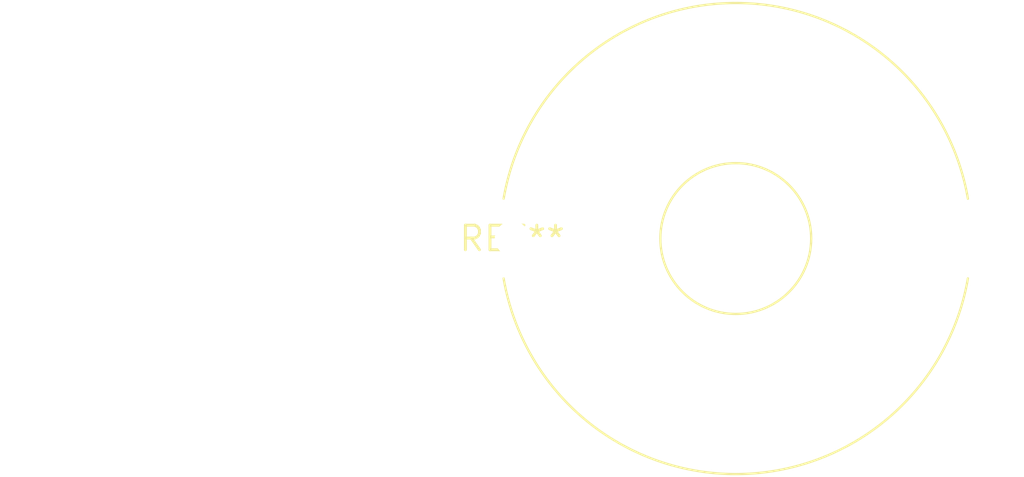
<source format=kicad_pcb>
(kicad_pcb (version 20240108) (generator pcbnew)
  (layers (0 "F.Cu" signal) (31 "B.Cu" signal) (34 "B.Paste" user) (35 "F.Paste" user) (36 "B.SilkS" user "B.Silkscreen") (37 "F.SilkS" user "F.Silkscreen") (38 "B.Mask" user) (39 "F.Mask" user) (44 "Edge.Cuts" user))
  (net 0 "")
  (footprint "L_Toroid_Horizontal_D24.1mm_P23.10mm_Bourns_2200" (layer "F.Cu") (at 0 0)
    (property "Reference" "REF**")
    (property "Value" "L_Toroid_Horizontal_D24.1mm_P23.10mm_Bourns_2200")
    (fp_arc (start -0.444386 -2.06) (mid 11.55 -12.17) (end 23.544386 -2.06) (layer "F.SilkS") (stroke (width 0.12)))
    (fp_arc (start 23.544386 2.06) (mid 11.55 12.17) (end -0.444386 2.06) (layer "F.SilkS") (stroke (width 0.12)))
    (fp_circle (center 11.55 0) (end 15.446667 0) (layer "F.SilkS") (stroke (width 0.12)) (fill none))
    (pad "1" thru_hole circle (at 0 0) (size 3.6 3.6) (drill 1.8) (layers *.Cu *.Mask) (remove_unused_layers))
    (pad "2" thru_hole circle (at 23.1 0) (size 3.6 3.6) (drill 1.8) (layers *.Cu *.Mask) (remove_unused_layers))
  )
)
</source>
